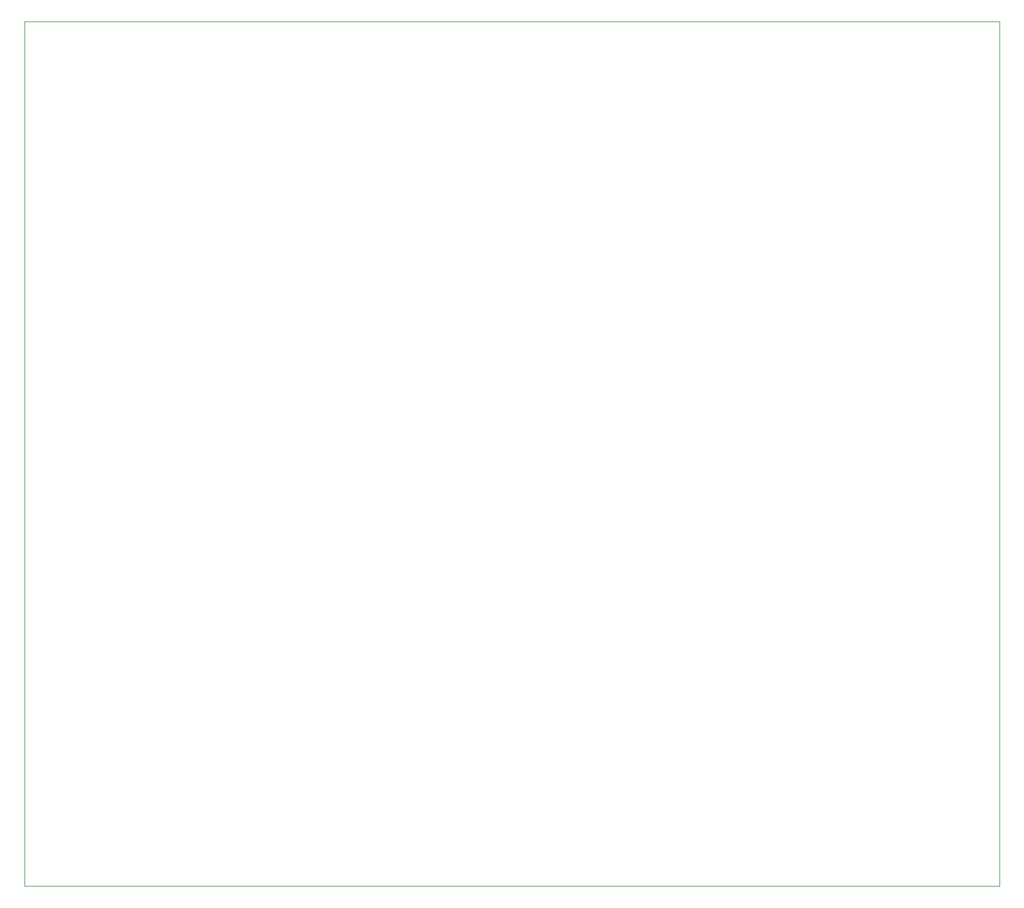
<source format=gbr>
G04 #@! TF.GenerationSoftware,KiCad,Pcbnew,(5.1.4)-1*
G04 #@! TF.CreationDate,2019-11-15T12:49:53-05:00*
G04 #@! TF.ProjectId,ffb,6666622e-6b69-4636-9164-5f7063625858,rev?*
G04 #@! TF.SameCoordinates,Original*
G04 #@! TF.FileFunction,Profile,NP*
%FSLAX46Y46*%
G04 Gerber Fmt 4.6, Leading zero omitted, Abs format (unit mm)*
G04 Created by KiCad (PCBNEW (5.1.4)-1) date 2019-11-15 12:49:53*
%MOMM*%
%LPD*%
G04 APERTURE LIST*
%ADD10C,0.050000*%
G04 APERTURE END LIST*
D10*
X48260000Y-140970000D02*
X48260000Y-21590000D01*
X182880000Y-140970000D02*
X48260000Y-140970000D01*
X182880000Y-21590000D02*
X182880000Y-140970000D01*
X48260000Y-21590000D02*
X182880000Y-21590000D01*
M02*

</source>
